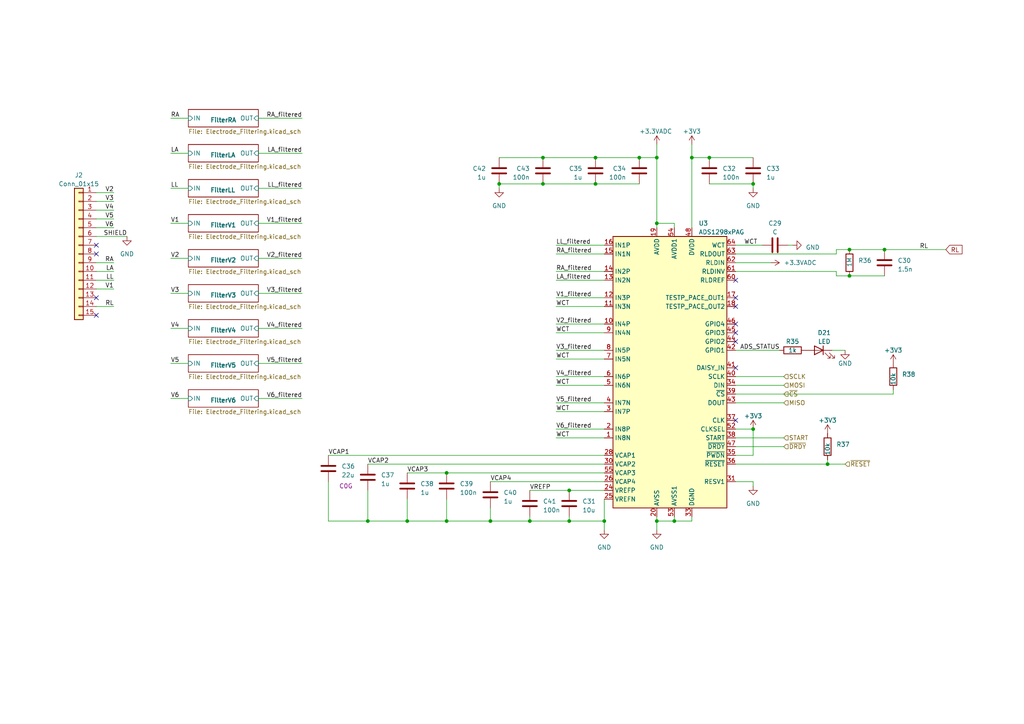
<source format=kicad_sch>
(kicad_sch (version 20230121) (generator eeschema)
  (paper "A4")
  (title_block (title "Analog Frontend") (date "2023-03-19") (rev "000") (company "[JS]"))
  (lib_symbols
    (symbol "Analog_ADC:ADS1298xPAG"
      (property "Reference" "U" (at -16.51 44.45 0))
      (property "Value" "ADS1298xPAG" (at 6.35 44.45 0))
      (symbol "ADS1298xPAG_0_1"
        (rectangle (start -17.78 43.18) (end 15.24 -35.56) (stroke (width 0.254)) (fill (type background)))
      )
      (symbol "ADS1298xPAG_1_1"
        (pin input line (at -20.32 -15.24 0) (length 2.54) (name "IN8N") (number "1"))
        (pin input line (at -20.32 17.78 0) (length 2.54) (name "IN4P") (number "10"))
        (pin input line (at -20.32 22.86 0) (length 2.54) (name "IN3N") (number "11"))
        (pin input line (at -20.32 25.4 0) (length 2.54) (name "IN3P") (number "12"))
        (pin input line (at -20.32 30.48 0) (length 2.54) (name "IN2N") (number "13"))
        (pin input line (at -20.32 33.02 0) (length 2.54) (name "IN2P") (number "14"))
        (pin input line (at -20.32 38.1 0) (length 2.54) (name "IN1N") (number "15"))
        (pin input line (at -20.32 40.64 0) (length 2.54) (name "IN1P") (number "16"))
        (pin bidirectional line (at 17.78 25.4 180) (length 2.54) (name "TESTP_PACE_OUT1") (number "17"))
        (pin bidirectional line (at 17.78 22.86 180) (length 2.54) (name "TESTP_PACE_OUT2") (number "18"))
        (pin power_in line (at -5.08 45.72 270) (length 2.54) (name "AVDD") (number "19"))
        (pin input line (at -20.32 -12.7 0) (length 2.54) (name "IN8P") (number "2"))
        (pin power_in line (at -5.08 -38.1 90) (length 2.54) (name "AVSS") (number "20"))
        (pin passive line (at -5.08 45.72 270) (length 2.54) hide (name "AVDD") (number "21"))
        (pin passive line (at -5.08 45.72 270) (length 2.54) hide (name "AVDD") (number "22"))
        (pin passive line (at -5.08 -38.1 90) (length 2.54) hide (name "AVSS") (number "23"))
        (pin passive line (at -20.32 -30.48 0) (length 2.54) (name "VREFP") (number "24"))
        (pin passive line (at -20.32 -33.02 0) (length 2.54) (name "VREFN") (number "25"))
        (pin passive line (at -20.32 -27.94 0) (length 2.54) (name "VCAP4") (number "26"))
        (pin no_connect line (at 15.24 -30.48 180) (length 2.54) hide (name "NC") (number "27"))
        (pin passive line (at -20.32 -20.32 0) (length 2.54) (name "VCAP1") (number "28"))
        (pin no_connect line (at 15.24 -33.02 180) (length 2.54) hide (name "NC") (number "29"))
        (pin input line (at -20.32 -7.62 0) (length 2.54) (name "IN7P") (number "3"))
        (pin passive line (at -20.32 -22.86 0) (length 2.54) (name "VCAP2") (number "30"))
        (pin input line (at 17.78 -27.94 180) (length 2.54) (name "RESV1") (number "31"))
        (pin passive line (at -5.08 -38.1 90) (length 2.54) hide (name "AVSS") (number "32"))
        (pin power_in line (at 5.08 -38.1 90) (length 2.54) (name "DGND") (number "33"))
        (pin input line (at 17.78 0 180) (length 2.54) (name "DIN") (number "34"))
        (pin input line (at 17.78 -20.32 180) (length 2.54) (name "~{PWDN}") (number "35"))
        (pin input line (at 17.78 -22.86 180) (length 2.54) (name "~{RESET}") (number "36"))
        (pin bidirectional line (at 17.78 -10.16 180) (length 2.54) (name "CLK") (number "37"))
        (pin input line (at 17.78 -15.24 180) (length 2.54) (name "START") (number "38"))
        (pin input line (at 17.78 -2.54 180) (length 2.54) (name "~{CS}") (number "39"))
        (pin input line (at -20.32 -5.08 0) (length 2.54) (name "IN7N") (number "4"))
        (pin input line (at 17.78 2.54 180) (length 2.54) (name "SCLK") (number "40"))
        (pin input line (at 17.78 5.08 180) (length 2.54) (name "DAISY_IN") (number "41"))
        (pin bidirectional line (at 17.78 10.16 180) (length 2.54) (name "GPIO1") (number "42"))
        (pin output line (at 17.78 -5.08 180) (length 2.54) (name "DOUT") (number "43"))
        (pin bidirectional line (at 17.78 12.7 180) (length 2.54) (name "GPIO2") (number "44"))
        (pin bidirectional line (at 17.78 15.24 180) (length 2.54) (name "GPIO3") (number "45"))
        (pin bidirectional line (at 17.78 17.78 180) (length 2.54) (name "GPIO4") (number "46"))
        (pin output line (at 17.78 -17.78 180) (length 2.54) (name "~{DRDY}") (number "47"))
        (pin power_in line (at 5.08 45.72 270) (length 2.54) (name "DVDD") (number "48"))
        (pin passive line (at 5.08 -38.1 90) (length 2.54) hide (name "DGND") (number "49"))
        (pin input line (at -20.32 0 0) (length 2.54) (name "IN6N") (number "5"))
        (pin passive line (at 5.08 45.72 270) (length 2.54) hide (name "DVDD") (number "50"))
        (pin passive line (at 5.08 -38.1 90) (length 2.54) hide (name "DGND") (number "51"))
        (pin input line (at 17.78 -12.7 180) (length 2.54) (name "CLKSEL") (number "52"))
        (pin power_in line (at 0 -38.1 90) (length 2.54) (name "AVSS1") (number "53"))
        (pin power_in line (at 0 45.72 270) (length 2.54) (name "AVDD1") (number "54"))
        (pin passive line (at -20.32 -25.4 0) (length 2.54) (name "VCAP3") (number "55"))
        (pin passive line (at -5.08 45.72 270) (length 2.54) hide (name "AVDD") (number "56"))
        (pin passive line (at -5.08 -38.1 90) (length 2.54) hide (name "AVSS") (number "57"))
        (pin passive line (at -5.08 -38.1 90) (length 2.54) hide (name "AVSS") (number "58"))
        (pin passive line (at -5.08 45.72 270) (length 2.54) hide (name "AVDD") (number "59"))
        (pin input line (at -20.32 2.54 0) (length 2.54) (name "IN6P") (number "6"))
        (pin input line (at 17.78 30.48 180) (length 2.54) (name "RLDREF") (number "60"))
        (pin input line (at 17.78 33.02 180) (length 2.54) (name "RLDINV") (number "61"))
        (pin input line (at 17.78 35.56 180) (length 2.54) (name "RLDIN") (number "62"))
        (pin output line (at 17.78 38.1 180) (length 2.54) (name "RLDOUT") (number "63"))
        (pin output line (at 17.78 40.64 180) (length 2.54) (name "WCT") (number "64"))
        (pin input line (at -20.32 7.62 0) (length 2.54) (name "IN5N") (number "7"))
        (pin input line (at -20.32 10.16 0) (length 2.54) (name "IN5P") (number "8"))
        (pin input line (at -20.32 15.24 0) (length 2.54) (name "IN4N") (number "9"))
      )
    )
    (symbol "Connector_Generic:Conn_01x15" (pin_names (offset 1.016) hide)
      (property "Reference" "J" (at 0 20.32 0))
      (property "Value" "Conn_01x15" (at 0 -20.32 0))
      (symbol "Conn_01x15_1_1"
        (rectangle (start -1.27 -17.653) (end 0 -17.907) (stroke (width 0.1524)))
        (rectangle (start -1.27 -15.113) (end 0 -15.367) (stroke (width 0.1524)))
        (rectangle (start -1.27 -12.573) (end 0 -12.827) (stroke (width 0.1524)))
        (rectangle (start -1.27 -10.033) (end 0 -10.287) (stroke (width 0.1524)))
        (rectangle (start -1.27 -7.493) (end 0 -7.747) (stroke (width 0.1524)))
        (rectangle (start -1.27 -4.953) (end 0 -5.207) (stroke (width 0.1524)))
        (rectangle (start -1.27 -2.413) (end 0 -2.667) (stroke (width 0.1524)))
        (rectangle (start -1.27 0.127) (end 0 -0.127) (stroke (width 0.1524)))
        (rectangle (start -1.27 2.667) (end 0 2.413) (stroke (width 0.1524)))
        (rectangle (start -1.27 5.207) (end 0 4.953) (stroke (width 0.1524)))
        (rectangle (start -1.27 7.747) (end 0 7.493) (stroke (width 0.1524)))
        (rectangle (start -1.27 10.287) (end 0 10.033) (stroke (width 0.1524)))
        (rectangle (start -1.27 12.827) (end 0 12.573) (stroke (width 0.1524)))
        (rectangle (start -1.27 15.367) (end 0 15.113) (stroke (width 0.1524)))
        (rectangle (start -1.27 17.907) (end 0 17.653) (stroke (width 0.1524)))
        (rectangle (start -1.27 19.05) (end 1.27 -19.05) (stroke (width 0.254)) (fill (type background)))
        (pin passive line (at -5.08 17.78 0) (length 3.81) (name "Pin_1") (number "1"))
        (pin passive line (at -5.08 -5.08 0) (length 3.81) (name "Pin_10") (number "10"))
        (pin passive line (at -5.08 -7.62 0) (length 3.81) (name "Pin_11") (number "11"))
        (pin passive line (at -5.08 -10.16 0) (length 3.81) (name "Pin_12") (number "12"))
        (pin passive line (at -5.08 -12.7 0) (length 3.81) (name "Pin_13") (number "13"))
        (pin passive line (at -5.08 -15.24 0) (length 3.81) (name "Pin_14") (number "14"))
        (pin passive line (at -5.08 -17.78 0) (length 3.81) (name "Pin_15") (number "15"))
        (pin passive line (at -5.08 15.24 0) (length 3.81) (name "Pin_2") (number "2"))
        (pin passive line (at -5.08 12.7 0) (length 3.81) (name "Pin_3") (number "3"))
        (pin passive line (at -5.08 10.16 0) (length 3.81) (name "Pin_4") (number "4"))
        (pin passive line (at -5.08 7.62 0) (length 3.81) (name "Pin_5") (number "5"))
        (pin passive line (at -5.08 5.08 0) (length 3.81) (name "Pin_6") (number "6"))
        (pin passive line (at -5.08 2.54 0) (length 3.81) (name "Pin_7") (number "7"))
        (pin passive line (at -5.08 0 0) (length 3.81) (name "Pin_8") (number "8"))
        (pin passive line (at -5.08 -2.54 0) (length 3.81) (name "Pin_9") (number "9"))
      )
    )
    (symbol "Device:C" (pin_numbers hide) (pin_names (offset 0.254))
      (property "Reference" "C" (at 0.635 2.54 0))
      (property "Value" "C" (at 0.635 -2.54 0))
      (symbol "C_0_1"
        (polyline (pts (xy -2.032 -0.762) (xy 2.032 -0.762)) (stroke (width 0.508)))
        (polyline (pts (xy -2.032 0.762) (xy 2.032 0.762)) (stroke (width 0.508)))
      )
      (symbol "C_1_1"
        (pin passive line (at 0 3.81 270) (length 2.794) (name "~") (number "1"))
        (pin passive line (at 0 -3.81 90) (length 2.794) (name "~") (number "2"))
      )
    )
    (symbol "Device:LED" (pin_numbers hide) (pin_names (offset 1.016) hide)
      (property "Reference" "D" (at 0 2.54 0))
      (property "Value" "LED" (at 0 -2.54 0))
      (symbol "LED_0_1"
        (polyline (pts (xy -1.27 -1.27) (xy -1.27 1.27)) (stroke (width 0.254)))
        (polyline (pts (xy -1.27 0) (xy 1.27 0)))
        (polyline (pts (xy 1.27 -1.27) (xy 1.27 1.27) (xy -1.27 0) (xy 1.27 -1.27)) (stroke (width 0.254)))
        (polyline (pts (xy -3.048 -0.762) (xy -4.572 -2.286) (xy -3.81 -2.286) (xy -4.572 -2.286) (xy -4.572 -1.524)))
        (polyline (pts (xy -1.778 -0.762) (xy -3.302 -2.286) (xy -2.54 -2.286) (xy -3.302 -2.286) (xy -3.302 -1.524)))
      )
      (symbol "LED_1_1"
        (pin passive line (at -3.81 0 0) (length 2.54) (name "K") (number "1"))
        (pin passive line (at 3.81 0 180) (length 2.54) (name "A") (number "2"))
      )
    )
    (symbol "Device:R" (pin_numbers hide) (pin_names (offset 0))
      (property "Reference" "R" (at 2.032 0 90))
      (property "Value" "R" (at 0 0 90))
      (symbol "R_0_1"
        (rectangle (start -1.016 -2.54) (end 1.016 2.54) (stroke (width 0.254)))
      )
      (symbol "R_1_1"
        (pin passive line (at 0 3.81 270) (length 1.27) (name "~") (number "1"))
        (pin passive line (at 0 -3.81 90) (length 1.27) (name "~") (number "2"))
      )
    )
    (symbol "power:+3.3VADC" (power) (pin_names (offset 0))
      (property "Value" "+3.3VADC" (at 0 2.54 0))
      (symbol "+3.3VADC_0_0"
        (pin power_in line (at 0 0 90) (length 0) hide (name "+3.3VADC") (number "1"))
      )
      (symbol "+3.3VADC_0_1"
        (polyline (pts (xy -0.762 1.27) (xy 0 2.54)))
        (polyline (pts (xy 0 0) (xy 0 2.54)))
        (polyline (pts (xy 0 2.54) (xy 0.762 1.27)))
      )
    )
    (symbol "power:+3V3" (power) (pin_names (offset 0))
      (property "Value" "+3V3" (at 0 3.556 0))
      (symbol "+3V3_0_1"
        (polyline (pts (xy -0.762 1.27) (xy 0 2.54)))
        (polyline (pts (xy 0 0) (xy 0 2.54)))
        (polyline (pts (xy 0 2.54) (xy 0.762 1.27)))
      )
      (symbol "+3V3_1_1"
        (pin power_in line (at 0 0 90) (length 0) hide (name "+3V3") (number "1"))
      )
    )
    (symbol "power:GND" (power) (pin_names (offset 0))
      (property "Value" "GND" (at 0 -3.81 0))
      (symbol "GND_0_1"
        (polyline (pts (xy 0 0) (xy 0 -1.27) (xy 1.27 -1.27) (xy 0 -2.54) (xy -1.27 -1.27) (xy 0 -1.27)))
      )
      (symbol "GND_1_1"
        (pin power_in line (at 0 0 270) (length 0) hide (name "GND") (number "1"))
      )
    )
  )
  (junction (at 165.1 151.13))
  (junction (at 172.72 45.72))
  (junction (at 172.72 53.34))
  (junction (at 157.48 53.34))
  (junction (at 205.74 45.72))
  (junction (at 190.5 151.13))
  (junction (at 240.03 134.62))
  (junction (at 218.44 53.34))
  (junction (at 157.48 45.72))
  (junction (at 246.38 80.01))
  (junction (at 218.44 124.46))
  (junction (at 144.78 53.34))
  (junction (at 190.5 64.77))
  (junction (at 153.67 151.13))
  (junction (at 246.38 72.39))
  (junction (at 142.24 151.13))
  (junction (at 106.68 151.13))
  (junction (at 129.54 137.16))
  (junction (at 200.66 45.72))
  (junction (at 195.58 151.13))
  (junction (at 175.26 151.13))
  (junction (at 256.54 72.39))
  (junction (at 129.54 151.13))
  (junction (at 118.11 151.13))
  (junction (at 165.1 142.24))
  (junction (at 190.5 45.72))
  (junction (at 185.42 45.72))
  (no_connect (at 213.36 121.92))
  (no_connect (at 213.36 96.52))
  (no_connect (at 27.94 91.44))
  (no_connect (at 213.36 88.9))
  (no_connect (at 27.94 71.12))
  (no_connect (at 27.94 86.36))
  (no_connect (at 213.36 106.68))
  (no_connect (at 213.36 93.98))
  (no_connect (at 213.36 99.06))
  (no_connect (at 213.36 81.28))
  (no_connect (at 213.36 86.36))
  (no_connect (at 27.94 73.66))
  (wire (pts (xy 54.61 64.77) (xy 49.53 64.77)))
  (wire (pts (xy 54.61 34.29) (xy 49.53 34.29)))
  (wire (pts (xy 190.5 64.77) (xy 190.5 66.04)))
  (wire (pts (xy 161.29 109.22) (xy 175.26 109.22)))
  (wire (pts (xy 175.26 151.13) (xy 175.26 153.67)))
  (wire (pts (xy 54.61 44.45) (xy 49.53 44.45)))
  (wire (pts (xy 165.1 151.13) (xy 175.26 151.13)))
  (wire (pts (xy 106.68 142.24) (xy 106.68 151.13)))
  (wire (pts (xy 142.24 139.7) (xy 175.26 139.7)))
  (wire (pts (xy 246.38 80.01) (xy 242.57 80.01)))
  (wire (pts (xy 27.94 68.58) (xy 36.83 68.58)))
  (wire (pts (xy 213.36 132.08) (xy 218.44 132.08)))
  (wire (pts (xy 161.29 127) (xy 175.26 127)))
  (wire (pts (xy 153.67 151.13) (xy 165.1 151.13)))
  (wire (pts (xy 190.5 64.77) (xy 195.58 64.77)))
  (wire (pts (xy 27.94 76.2) (xy 33.02 76.2)))
  (wire (pts (xy 195.58 66.04) (xy 195.58 64.77)))
  (wire (pts (xy 95.25 151.13) (xy 106.68 151.13)))
  (wire (pts (xy 54.61 85.09) (xy 49.53 85.09)))
  (wire (pts (xy 213.36 127) (xy 227.33 127)))
  (wire (pts (xy 213.36 73.66) (xy 242.57 73.66)))
  (wire (pts (xy 144.78 53.34) (xy 144.78 54.61)))
  (wire (pts (xy 200.66 45.72) (xy 205.74 45.72)))
  (wire (pts (xy 95.25 132.08) (xy 175.26 132.08)))
  (wire (pts (xy 54.61 95.25) (xy 49.53 95.25)))
  (wire (pts (xy 27.94 63.5) (xy 33.02 63.5)))
  (wire (pts (xy 161.29 124.46) (xy 175.26 124.46)))
  (wire (pts (xy 54.61 105.41) (xy 49.53 105.41)))
  (wire (pts (xy 74.93 34.29) (xy 87.63 34.29)))
  (wire (pts (xy 195.58 151.13) (xy 200.66 151.13)))
  (wire (pts (xy 106.68 134.62) (xy 175.26 134.62)))
  (wire (pts (xy 242.57 80.01) (xy 242.57 78.74)))
  (wire (pts (xy 200.66 45.72) (xy 200.66 66.04)))
  (wire (pts (xy 218.44 54.61) (xy 218.44 53.34)))
  (wire (pts (xy 161.29 111.76) (xy 175.26 111.76)))
  (wire (pts (xy 161.29 104.14) (xy 175.26 104.14)))
  (wire (pts (xy 27.94 55.88) (xy 33.02 55.88)))
  (wire (pts (xy 185.42 53.34) (xy 172.72 53.34)))
  (wire (pts (xy 161.29 93.98) (xy 175.26 93.98)))
  (wire (pts (xy 118.11 151.13) (xy 129.54 151.13)))
  (wire (pts (xy 165.1 142.24) (xy 175.26 142.24)))
  (wire (pts (xy 161.29 101.6) (xy 175.26 101.6)))
  (wire (pts (xy 54.61 74.93) (xy 49.53 74.93)))
  (wire (pts (xy 246.38 72.39) (xy 256.54 72.39)))
  (wire (pts (xy 95.25 139.7) (xy 95.25 151.13)))
  (wire (pts (xy 106.68 151.13) (xy 118.11 151.13)))
  (wire (pts (xy 259.08 114.3) (xy 259.08 113.03)))
  (wire (pts (xy 74.93 115.57) (xy 87.63 115.57)))
  (wire (pts (xy 161.29 71.12) (xy 175.26 71.12)))
  (wire (pts (xy 27.94 81.28) (xy 33.02 81.28)))
  (wire (pts (xy 161.29 88.9) (xy 175.26 88.9)))
  (wire (pts (xy 74.93 64.77) (xy 87.63 64.77)))
  (wire (pts (xy 218.44 132.08) (xy 218.44 124.46)))
  (wire (pts (xy 240.03 134.62) (xy 245.11 134.62)))
  (wire (pts (xy 142.24 151.13) (xy 153.67 151.13)))
  (wire (pts (xy 165.1 151.13) (xy 165.1 149.86)))
  (wire (pts (xy 161.29 81.28) (xy 175.26 81.28)))
  (wire (pts (xy 161.29 78.74) (xy 175.26 78.74)))
  (wire (pts (xy 161.29 116.84) (xy 175.26 116.84)))
  (wire (pts (xy 213.36 116.84) (xy 227.33 116.84)))
  (wire (pts (xy 256.54 72.39) (xy 274.32 72.39)))
  (wire (pts (xy 27.94 66.04) (xy 33.02 66.04)))
  (wire (pts (xy 213.36 101.6) (xy 226.06 101.6)))
  (wire (pts (xy 27.94 88.9) (xy 33.02 88.9)))
  (wire (pts (xy 118.11 144.78) (xy 118.11 151.13)))
  (wire (pts (xy 245.11 101.6) (xy 241.3 101.6)))
  (wire (pts (xy 27.94 58.42) (xy 33.02 58.42)))
  (wire (pts (xy 144.78 53.34) (xy 157.48 53.34)))
  (wire (pts (xy 229.87 71.12) (xy 228.6 71.12)))
  (wire (pts (xy 205.74 53.34) (xy 218.44 53.34)))
  (wire (pts (xy 213.36 134.62) (xy 240.03 134.62)))
  (wire (pts (xy 161.29 73.66) (xy 175.26 73.66)))
  (wire (pts (xy 218.44 140.97) (xy 218.44 139.7)))
  (wire (pts (xy 213.36 114.3) (xy 259.08 114.3)))
  (wire (pts (xy 129.54 151.13) (xy 142.24 151.13)))
  (wire (pts (xy 213.36 71.12) (xy 220.98 71.12)))
  (wire (pts (xy 27.94 78.74) (xy 33.02 78.74)))
  (wire (pts (xy 213.36 129.54) (xy 227.33 129.54)))
  (wire (pts (xy 190.5 151.13) (xy 190.5 153.67)))
  (wire (pts (xy 190.5 149.86) (xy 190.5 151.13)))
  (wire (pts (xy 242.57 78.74) (xy 213.36 78.74)))
  (wire (pts (xy 161.29 119.38) (xy 175.26 119.38)))
  (wire (pts (xy 190.5 45.72) (xy 190.5 64.77)))
  (wire (pts (xy 144.78 45.72) (xy 157.48 45.72)))
  (wire (pts (xy 213.36 109.22) (xy 227.33 109.22)))
  (wire (pts (xy 153.67 142.24) (xy 165.1 142.24)))
  (wire (pts (xy 27.94 83.82) (xy 33.02 83.82)))
  (wire (pts (xy 218.44 139.7) (xy 213.36 139.7)))
  (wire (pts (xy 153.67 149.86) (xy 153.67 151.13)))
  (wire (pts (xy 240.03 133.35) (xy 240.03 134.62)))
  (wire (pts (xy 161.29 96.52) (xy 175.26 96.52)))
  (wire (pts (xy 190.5 45.72) (xy 185.42 45.72)))
  (wire (pts (xy 27.94 60.96) (xy 33.02 60.96)))
  (wire (pts (xy 157.48 53.34) (xy 172.72 53.34)))
  (wire (pts (xy 74.93 85.09) (xy 87.63 85.09)))
  (wire (pts (xy 205.74 45.72) (xy 218.44 45.72)))
  (wire (pts (xy 161.29 86.36) (xy 175.26 86.36)))
  (wire (pts (xy 54.61 115.57) (xy 49.53 115.57)))
  (wire (pts (xy 213.36 111.76) (xy 227.33 111.76)))
  (wire (pts (xy 190.5 151.13) (xy 195.58 151.13)))
  (wire (pts (xy 218.44 124.46) (xy 213.36 124.46)))
  (wire (pts (xy 74.93 54.61) (xy 87.63 54.61)))
  (wire (pts (xy 142.24 147.32) (xy 142.24 151.13)))
  (wire (pts (xy 200.66 41.91) (xy 200.66 45.72)))
  (wire (pts (xy 175.26 144.78) (xy 175.26 151.13)))
  (wire (pts (xy 74.93 105.41) (xy 87.63 105.41)))
  (wire (pts (xy 256.54 80.01) (xy 246.38 80.01)))
  (wire (pts (xy 54.61 54.61) (xy 49.53 54.61)))
  (wire (pts (xy 74.93 74.93) (xy 87.63 74.93)))
  (wire (pts (xy 190.5 41.91) (xy 190.5 45.72)))
  (wire (pts (xy 74.93 95.25) (xy 87.63 95.25)))
  (wire (pts (xy 157.48 45.72) (xy 172.72 45.72)))
  (wire (pts (xy 242.57 72.39) (xy 246.38 72.39)))
  (wire (pts (xy 74.93 44.45) (xy 87.63 44.45)))
  (wire (pts (xy 213.36 76.2) (xy 223.52 76.2)))
  (wire (pts (xy 242.57 73.66) (xy 242.57 72.39)))
  (wire (pts (xy 200.66 151.13) (xy 200.66 149.86)))
  (wire (pts (xy 129.54 137.16) (xy 175.26 137.16)))
  (wire (pts (xy 195.58 149.86) (xy 195.58 151.13)))
  (wire (pts (xy 118.11 137.16) (xy 129.54 137.16)))
  (wire (pts (xy 129.54 144.78) (xy 129.54 151.13)))
  (wire (pts (xy 185.42 45.72) (xy 172.72 45.72)))
  (label "VCAP2" (at 106.68 134.62 0))
  (label "V6_filtered" (at 87.63 115.57 180))
  (label "V4_filtered" (at 87.63 95.25 180))
  (label "WCT" (at 161.29 88.9 0))
  (label "V2_filtered" (at 87.63 74.93 180))
  (label "V4" (at 33.02 60.96 180))
  (label "V1" (at 49.53 64.77 0))
  (label "RL" (at 269.24 72.39 180))
  (label "V1" (at 33.02 83.82 180))
  (label "V3" (at 33.02 58.42 180))
  (label "V2" (at 49.53 74.93 0))
  (label "WCT" (at 161.29 119.38 0))
  (label "RA" (at 33.02 76.2 180))
  (label "ADS_STATUS" (at 214.63 101.6 0))
  (label "VCAP4" (at 142.24 139.7 0))
  (label "WCT" (at 161.29 104.14 0))
  (label "RA_filtered" (at 87.63 34.29 180))
  (label "WCT" (at 219.71 71.12 180))
  (label "V2_filtered" (at 161.29 93.98 0))
  (label "LA" (at 49.53 44.45 0))
  (label "VREFP" (at 153.67 142.24 0))
  (label "RA_filtered" (at 161.29 73.66 0))
  (label "LA_filtered" (at 87.63 44.45 180))
  (label "V5_filtered" (at 87.63 105.41 180))
  (label "V6_filtered" (at 161.29 124.46 0))
  (label "LL" (at 49.53 54.61 0))
  (label "LA" (at 33.02 78.74 180))
  (label "VCAP3" (at 118.11 137.16 0))
  (label "V3_filtered" (at 87.63 85.09 180))
  (label "V5_filtered" (at 161.29 116.84 0))
  (label "LL_filtered" (at 87.63 54.61 180))
  (label "V6" (at 33.02 66.04 180))
  (label "WCT" (at 161.29 111.76 0))
  (label "LA_filtered" (at 161.29 81.28 0))
  (label "VCAP1" (at 95.25 132.08 0))
  (label "V4" (at 49.53 95.25 0))
  (label "V1_filtered" (at 87.63 64.77 180))
  (label "WCT" (at 161.29 127 0))
  (label "WCT" (at 161.29 96.52 0))
  (label "V5" (at 49.53 105.41 0))
  (label "V3" (at 49.53 85.09 0))
  (label "RA_filtered" (at 161.29 78.74 0))
  (label "V5" (at 33.02 63.5 180))
  (label "V3_filtered" (at 161.29 101.6 0))
  (label "V2" (at 33.02 55.88 180))
  (label "SHIELD" (at 36.83 68.58 180))
  (label "V4_filtered" (at 161.29 109.22 0))
  (label "V1_filtered" (at 161.29 86.36 0))
  (label "LL" (at 33.02 81.28 180))
  (label "RL" (at 33.02 88.9 180))
  (label "RA" (at 49.53 34.29 0))
  (label "LL_filtered" (at 161.29 71.12 0))
  (label "V6" (at 49.53 115.57 0))
  (global_label "RL" (shape input) (at 274.32 72.39 0) (property "Intersheetrefs" "${INTERSHEET_REFS}" (effects hide)))
  (hierarchical_label "SCLK" (shape input) (at 227.33 109.22 0))
  (hierarchical_label "START" (shape input) (at 227.33 127 0))
  (hierarchical_label "~{DRDY}" (shape input) (at 227.33 129.54 0))
  (hierarchical_label "~{CS}" (shape input) (at 227.33 114.3 0))
  (hierarchical_label "~{RESET}" (shape input) (at 245.11 134.62 0))
  (hierarchical_label "MOSI" (shape input) (at 227.33 111.76 0))
  (hierarchical_label "MISO" (shape input) (at 227.33 116.84 0))
  (symbol (lib_id "power:+3V3") (at 259.08 105.41 0) (unit 1)
    (property "Reference" "#PWR076" (effects hide))
    (property "Value" "+3V3" (at 259.08 101.6 0))
  )
  (symbol (lib_id "Device:R") (at 240.03 129.54 0) (unit 1)
    (property "Reference" "R37" (at 242.57 128.905 0) (effects (justify left)))
    (property "Value" "10k" (at 240.03 132.08 90) (effects (justify left)))
    (property "Footprint" "Resistor_SMD:R_0805_2012Metric" (effects hide))
  )
  (symbol (lib_id "power:GND") (at 190.5 153.67 0) (unit 1)
    (property "Reference" "#PWR015" (effects hide))
    (property "Value" "GND" (at 190.5 158.75 0))
  )
  (symbol (lib_id "power:GND") (at 229.87 71.12 90) (unit 1)
    (property "Reference" "#PWR067" (effects hide))
    (property "Value" "GND" (at 233.68 71.755 90) (effects (justify right)))
  )
  (symbol (lib_id "Device:C") (at 157.48 49.53 0) (mirror y) (unit 1)
    (property "Reference" "C43" (at 153.67 48.895 0) (effects (justify left)))
    (property "Value" "100n" (at 153.67 51.435 0) (effects (justify left)))
    (property "Footprint" "Capacitor_SMD:C_0805_2012Metric" (effects hide))
  )
  (symbol (lib_id "power:GND") (at 245.11 101.6 0) (unit 1)
    (property "Reference" "#PWR066" (effects hide))
    (property "Value" "GND" (at 245.11 105.41 0))
  )
  (symbol (lib_id "Device:R") (at 229.87 101.6 90) (unit 1)
    (property "Reference" "R35" (at 229.87 99.06 90))
    (property "Value" "1k" (at 229.87 101.6 90))
    (property "Footprint" "Resistor_SMD:R_0805_2012Metric" (effects hide))
  )
  (symbol (lib_id "Device:C") (at 95.25 135.89 0) (unit 1)
    (property "Reference" "C36" (at 99.06 135.255 0) (effects (justify left)))
    (property "Value" "22u" (at 99.06 137.795 0) (effects (justify left)))
    (property "Footprint" "Capacitor_SMD:C_0805_2012Metric" (effects hide))
    (property "Rating" "C0G" (at 100.33 140.97 0))
  )
  (symbol (lib_id "Device:R") (at 259.08 109.22 0) (unit 1)
    (property "Reference" "R38" (at 261.62 108.585 0) (effects (justify left)))
    (property "Value" "10k" (at 259.08 111.76 90) (effects (justify left)))
    (property "Footprint" "Resistor_SMD:R_0805_2012Metric" (effects hide))
  )
  (symbol (lib_id "Device:C") (at 205.74 49.53 0) (unit 1)
    (property "Reference" "C32" (at 209.55 48.895 0) (effects (justify left)))
    (property "Value" "100n" (at 209.55 51.435 0) (effects (justify left)))
    (property "Footprint" "Capacitor_SMD:C_0805_2012Metric" (effects hide))
  )
  (symbol (lib_id "power:+3V3") (at 218.44 124.46 0) (unit 1)
    (property "Reference" "#PWR070" (effects hide))
    (property "Value" "+3V3" (at 218.44 120.65 0))
  )
  (symbol (lib_id "Device:C") (at 153.67 146.05 0) (unit 1)
    (property "Reference" "C41" (at 157.48 145.415 0) (effects (justify left)))
    (property "Value" "100n" (at 157.48 147.955 0) (effects (justify left)))
    (property "Footprint" "Capacitor_SMD:C_0805_2012Metric" (effects hide))
  )
  (symbol (lib_id "Connector_Generic:Conn_01x15") (at 22.86 73.66 0) (mirror y) (unit 1)
    (property "Reference" "J2" (at 22.86 50.8 0))
    (property "Value" "Conn_01x15" (at 22.86 53.34 0))
    (property "Footprint" "Connector_Dsub:DSUB-15_Male_Horizontal_P2.77x2.84mm_EdgePinOffset7.70mm_Housed_MountingHolesOffset9.12mm" (effects hide))
  )
  (symbol (lib_id "Analog_ADC:ADS1298xPAG") (at 195.58 111.76 0) (unit 1)
    (property "Reference" "U3" (at 202.6159 64.77 0) (effects (justify left)))
    (property "Value" "ADS1298xPAG" (at 202.6159 67.31 0) (effects (justify left)))
    (property "Footprint" "Package_QFP:TQFP-64_10x10mm_P0.5mm" (effects hide))
    (property "Datasheet" "http://www.ti.com/lit/ds/symlink/ads1298.pdf" (effects hide))
  )
  (symbol (lib_id "power:+3V3") (at 200.66 41.91 0) (unit 1)
    (property "Reference" "#PWR016" (effects hide))
    (property "Value" "+3V3" (at 200.66 38.1 0))
  )
  (symbol (lib_id "Device:LED") (at 237.49 101.6 0) (mirror y) (unit 1)
    (property "Reference" "D21" (at 239.0775 96.52 0))
    (property "Value" "LED" (at 239.0775 99.06 0))
    (property "Footprint" "LED_SMD:LED_0805_2012Metric" (effects hide))
  )
  (symbol (lib_id "Device:C") (at 165.1 146.05 0) (unit 1)
    (property "Reference" "C31" (at 168.91 145.415 0) (effects (justify left)))
    (property "Value" "10u" (at 168.91 147.955 0) (effects (justify left)))
    (property "Footprint" "Capacitor_SMD:C_0805_2012Metric" (effects hide))
  )
  (symbol (lib_id "Device:C") (at 185.42 49.53 0) (mirror y) (unit 1)
    (property "Reference" "C34" (at 181.61 48.895 0) (effects (justify left)))
    (property "Value" "100n" (at 181.61 51.435 0) (effects (justify left)))
    (property "Footprint" "Capacitor_SMD:C_0805_2012Metric" (effects hide))
  )
  (symbol (lib_id "Device:C") (at 256.54 76.2 0) (unit 1)
    (property "Reference" "C30" (at 260.35 75.565 0) (effects (justify left)))
    (property "Value" "1.5n" (at 260.35 78.105 0) (effects (justify left)))
    (property "Footprint" "Capacitor_SMD:C_0805_2012Metric" (effects hide))
  )
  (symbol (lib_id "Device:C") (at 118.11 140.97 0) (unit 1)
    (property "Reference" "C38" (at 121.92 140.335 0) (effects (justify left)))
    (property "Value" "1u" (at 121.92 142.875 0) (effects (justify left)))
    (property "Footprint" "Capacitor_SMD:C_0805_2012Metric" (effects hide))
  )
  (symbol (lib_id "power:GND") (at 144.78 54.61 0) (mirror y) (unit 1)
    (property "Reference" "#PWR074" (effects hide))
    (property "Value" "GND" (at 144.78 59.69 0))
  )
  (symbol (lib_id "Device:R") (at 246.38 76.2 0) (unit 1)
    (property "Reference" "R36" (at 248.92 75.565 0) (effects (justify left)))
    (property "Value" "1M" (at 246.38 77.47 90) (effects (justify left)))
    (property "Footprint" "Resistor_SMD:R_0805_2012Metric" (effects hide))
  )
  (symbol (lib_id "Device:C") (at 144.78 49.53 0) (mirror y) (unit 1)
    (property "Reference" "C42" (at 140.97 48.895 0) (effects (justify left)))
    (property "Value" "1u" (at 140.97 51.435 0) (effects (justify left)))
    (property "Footprint" "Capacitor_SMD:C_0805_2012Metric" (effects hide))
  )
  (symbol (lib_id "power:+3.3VADC") (at 223.52 76.2 270) (unit 1)
    (property "Reference" "#PWR069" (effects hide))
    (property "Value" "+3.3VADC" (at 227.33 76.2 90) (effects (justify left)))
    (instances (project "SimpleECG_v0" (path "" (reference "#PWR069") (unit 1)) (path "" (reference "#PWR021") (unit 1)) (path "" (reference "#PWR026") (unit 1)) (path "" (reference "#PWR031") (unit 1)) (path "" (reference "#PWR036") (unit 1)) (path "" (reference "#PWR041") (unit 1)) (path "" (reference "#PWR046") (unit 1)) (path "" (reference "#PWR051") (unit 1)) (path "" (reference "#PWR056") (unit 1)) (path "" (reference "#PWR061") (unit 1))))
  )
  (symbol (lib_id "Device:C") (at 106.68 138.43 0) (unit 1)
    (property "Reference" "C37" (at 110.49 137.795 0) (effects (justify left)))
    (property "Value" "1u" (at 110.49 140.335 0) (effects (justify left)))
    (property "Footprint" "Capacitor_SMD:C_0805_2012Metric" (effects hide))
  )
  (symbol (lib_id "power:GND") (at 218.44 140.97 0) (unit 1)
    (property "Reference" "#PWR071" (effects hide))
    (property "Value" "GND" (at 218.44 146.05 0))
  )
  (symbol (lib_id "power:GND") (at 175.26 153.67 0) (unit 1)
    (property "Reference" "#PWR072" (effects hide))
    (property "Value" "GND" (at 175.26 158.75 0))
  )
  (symbol (lib_id "power:GND") (at 36.83 68.58 0) (unit 1)
    (property "Reference" "#PWR065" (effects hide))
    (property "Value" "GND" (at 36.83 73.66 0))
  )
  (symbol (lib_id "Device:C") (at 129.54 140.97 0) (unit 1)
    (property "Reference" "C39" (at 133.35 140.335 0) (effects (justify left)))
    (property "Value" "100n" (at 133.35 142.875 0) (effects (justify left)))
    (property "Footprint" "Capacitor_SMD:C_0805_2012Metric" (effects hide))
  )
  (symbol (lib_id "Device:C") (at 142.24 143.51 0) (unit 1)
    (property "Reference" "C40" (at 146.05 142.875 0) (effects (justify left)))
    (property "Value" "1u" (at 146.05 145.415 0) (effects (justify left)))
    (property "Footprint" "Capacitor_SMD:C_0805_2012Metric" (effects hide))
  )
  (symbol (lib_id "power:+3.3VADC") (at 190.5 41.91 0) (unit 1)
    (property "Reference" "#PWR068" (effects hide))
    (property "Value" "+3.3VADC" (at 185.42 38.1 0) (effects (justify left)))
    (instances (project "SimpleECG_v0" (path "" (reference "#PWR068") (unit 1)) (path "" (reference "#PWR021") (unit 1)) (path "" (reference "#PWR026") (unit 1)) (path "" (reference "#PWR031") (unit 1)) (path "" (reference "#PWR036") (unit 1)) (path "" (reference "#PWR041") (unit 1)) (path "" (reference "#PWR046") (unit 1)) (path "" (reference "#PWR051") (unit 1)) (path "" (reference "#PWR056") (unit 1)) (path "" (reference "#PWR061") (unit 1))))
  )
  (symbol (lib_id "power:GND") (at 218.44 54.61 0) (mirror y) (unit 1)
    (property "Reference" "#PWR073" (effects hide))
    (property "Value" "GND" (at 218.44 59.69 0))
  )
  (symbol (lib_id "Device:C") (at 224.79 71.12 90) (unit 1)
    (property "Reference" "C29" (at 224.79 64.77 90))
    (property "Value" "C" (at 224.79 67.31 90))
    (property "Footprint" "Capacitor_SMD:C_0805_2012Metric" (effects hide))
  )
  (symbol (lib_id "Device:C") (at 218.44 49.53 0) (unit 1)
    (property "Reference" "C33" (at 222.25 48.895 0) (effects (justify left)))
    (property "Value" "1u" (at 222.25 51.435 0) (effects (justify left)))
    (property "Footprint" "Capacitor_SMD:C_0805_2012Metric" (effects hide))
  )
  (symbol (lib_id "power:+3V3") (at 240.03 125.73 0) (unit 1)
    (property "Reference" "#PWR075" (effects hide))
    (property "Value" "+3V3" (at 240.03 121.92 0))
  )
  (symbol (lib_id "Device:C") (at 172.72 49.53 0) (mirror y) (unit 1)
    (property "Reference" "C35" (at 168.91 48.895 0) (effects (justify left)))
    (property "Value" "1u" (at 168.91 51.435 0) (effects (justify left)))
    (property "Footprint" "Capacitor_SMD:C_0805_2012Metric" (effects hide))
  )
  (sheet (at 54.61 62.23) (size 20.32 5.08) (stroke (width 0.1524))
    (property "Sheetname" "FilterV1" (at 60.96 66.04 0) (effects (font bold) (justify left bottom)))
    (property "Sheetfile" "Electrode_Filtering.kicad_sch" (at 54.61 67.8946 0) (effects (justify left top)))
    (pin "IN" input (at 54.61 64.77 180))
    (pin "OUT" input (at 74.93 64.77 0))
  )
  (sheet (at 54.61 92.71) (size 20.32 5.08) (stroke (width 0.1524))
    (property "Sheetname" "FilterV4" (at 60.96 96.52 0) (effects (font bold) (justify left bottom)))
    (property "Sheetfile" "Electrode_Filtering.kicad_sch" (at 54.61 98.3746 0) (effects (justify left top)))
    (pin "IN" input (at 54.61 95.25 180))
    (pin "OUT" input (at 74.93 95.25 0))
  )
  (sheet (at 54.61 41.91) (size 20.32 5.08) (stroke (width 0.1524))
    (property "Sheetname" "FilterLA" (at 60.96 45.72 0) (effects (font bold) (justify left bottom)))
    (property "Sheetfile" "Electrode_Filtering.kicad_sch" (at 54.61 47.5746 0) (effects (justify left top)))
    (pin "IN" input (at 54.61 44.45 180))
    (pin "OUT" input (at 74.93 44.45 0))
  )
  (sheet (at 54.61 52.07) (size 20.32 5.08) (stroke (width 0.1524))
    (property "Sheetname" "FilterLL" (at 60.96 55.88 0) (effects (font bold) (justify left bottom)))
    (property "Sheetfile" "Electrode_Filtering.kicad_sch" (at 54.61 57.7346 0) (effects (justify left top)))
    (pin "IN" input (at 54.61 54.61 180))
    (pin "OUT" input (at 74.93 54.61 0))
  )
  (sheet (at 54.61 82.55) (size 20.32 5.08) (stroke (width 0.1524))
    (property "Sheetname" "FilterV3" (at 60.96 86.36 0) (effects (font bold) (justify left bottom)))
    (property "Sheetfile" "Electrode_Filtering.kicad_sch" (at 54.61 88.2146 0) (effects (justify left top)))
    (pin "IN" input (at 54.61 85.09 180))
    (pin "OUT" input (at 74.93 85.09 0))
  )
  (sheet (at 54.61 102.87) (size 20.32 5.08) (stroke (width 0.1524))
    (property "Sheetname" "FilterV5" (at 60.96 106.68 0) (effects (font bold) (justify left bottom)))
    (property "Sheetfile" "Electrode_Filtering.kicad_sch" (at 54.61 108.5346 0) (effects (justify left top)))
    (pin "IN" input (at 54.61 105.41 180))
    (pin "OUT" input (at 74.93 105.41 0))
  )
  (sheet (at 54.61 72.39) (size 20.32 5.08) (stroke (width 0.1524))
    (property "Sheetname" "FilterV2" (at 60.96 76.2 0) (effects (font bold) (justify left bottom)))
    (property "Sheetfile" "Electrode_Filtering.kicad_sch" (at 54.61 78.0546 0) (effects (justify left top)))
    (pin "IN" input (at 54.61 74.93 180))
    (pin "OUT" input (at 74.93 74.93 0))
  )
  (sheet (at 54.61 113.03) (size 20.32 5.08) (stroke (width 0.1524))
    (property "Sheetname" "FilterV6" (at 60.96 116.84 0) (effects (font bold) (justify left bottom)))
    (property "Sheetfile" "Electrode_Filtering.kicad_sch" (at 54.61 118.6946 0) (effects (justify left top)))
    (pin "IN" input (at 54.61 115.57 180))
    (pin "OUT" input (at 74.93 115.57 0))
  )
  (sheet (at 54.61 31.75) (size 20.32 5.08) (stroke (width 0.1524))
    (property "Sheetname" "FilterRA" (at 60.96 35.56 0) (effects (font bold) (justify left bottom)))
    (property "Sheetfile" "Electrode_Filtering.kicad_sch" (at 54.61 37.4146 0) (effects (justify left top)))
    (pin "IN" input (at 54.61 34.29 180))
    (pin "OUT" input (at 74.93 34.29 0))
  )
)
</source>
